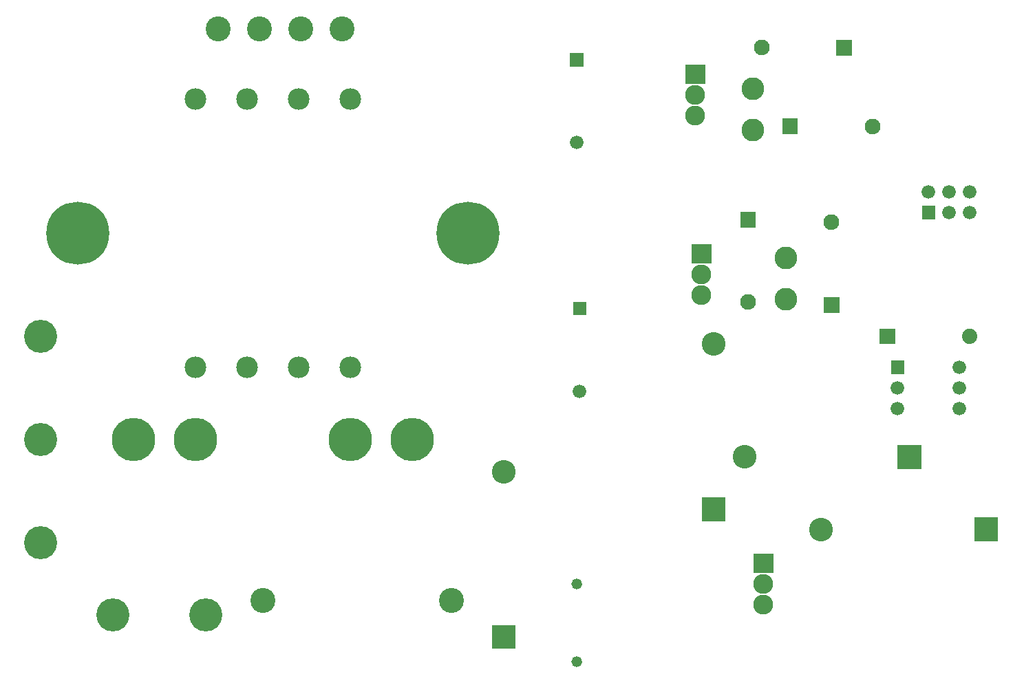
<source format=gbr>
G04 start of page 4 for group -4063 idx -4063
G04 Title: highvoltage, componentmask *
G04 Creator: pcb 20080202 *
G04 CreationDate: Tue 19 Jan 2010 11:46:02 PM GMT UTC *
G04 For: srussell *
G04 Format: Gerber/RS-274X *
G04 PCB-Dimensions: 510000 350000 *
G04 PCB-Coordinate-Origin: lower left *
%MOIN*%
%FSLAX24Y24*%
%LNFRONTMASK*%
%ADD14C,0.0200*%
%ADD21C,0.1150*%
%ADD34C,0.1050*%
%ADD35C,0.1100*%
%ADD36C,0.0660*%
%ADD37C,0.0740*%
%ADD38C,0.0960*%
%ADD39C,0.0520*%
%ADD40C,0.1600*%
%ADD41C,0.1210*%
%ADD42C,0.0760*%
%ADD43C,0.2100*%
%ADD44C,0.3050*%
G54D14*G36*
X37520Y7980D02*Y7020D01*
X38480D01*
Y7980D01*
X37520D01*
G37*
G54D38*X38000Y6500D03*
Y5500D03*
G54D39*X28950Y6500D03*
Y2750D03*
G54D14*G36*
X24841Y4511D02*Y3361D01*
X25991D01*
Y4511D01*
X24841D01*
G37*
G36*
X35016Y10694D02*Y9544D01*
X36166D01*
Y10694D01*
X35016D01*
G37*
G54D21*X25416Y11936D03*
G54D41*X22886Y5714D03*
G54D21*X37072Y12652D03*
X40784Y9145D03*
G54D35*X39100Y20300D03*
Y22300D03*
G54D14*G36*
X38903Y29056D02*Y28296D01*
X39663D01*
Y29056D01*
X38903D01*
G37*
G54D42*X43283Y28676D03*
G54D14*G36*
X41525Y32871D02*Y32111D01*
X42285D01*
Y32871D01*
X41525D01*
G37*
G36*
X28617Y32221D02*Y31561D01*
X29277D01*
Y32221D01*
X28617D01*
G37*
G54D36*X28947Y27891D03*
G54D42*X37905Y32491D03*
G54D35*X37500Y28500D03*
Y30500D03*
G54D14*G36*
X34220Y31680D02*Y30720D01*
X35180D01*
Y31680D01*
X34220D01*
G37*
G54D38*X34700Y30200D03*
Y29200D03*
G54D14*G36*
X40910Y20411D02*Y19651D01*
X41670D01*
Y20411D01*
X40910D01*
G37*
G54D42*X41290Y24031D03*
G54D21*X35591Y18119D03*
G54D14*G36*
X28771Y20180D02*Y19520D01*
X29431D01*
Y20180D01*
X28771D01*
G37*
G54D36*X29101Y15850D03*
G54D14*G36*
X34520Y22980D02*Y22020D01*
X35480D01*
Y22980D01*
X34520D01*
G37*
G54D38*X35000Y21500D03*
Y20500D03*
G54D14*G36*
X36869Y24536D02*Y23776D01*
X37629D01*
Y24536D01*
X36869D01*
G37*
G54D42*X37249Y20156D03*
G54D44*X23700Y23500D03*
G54D41*X15600Y33400D03*
X17600D03*
G54D34*X18000Y30000D03*
X15500D03*
G54D41*X13600Y33400D03*
G54D34*X13000Y30000D03*
G54D41*X11600Y33400D03*
G54D34*X10500Y30000D03*
G54D43*X7500Y13500D03*
G54D40*X6500Y5000D03*
X3000Y18500D03*
Y13500D03*
Y8500D03*
G54D44*X4800Y23500D03*
G54D43*X10500Y13500D03*
G54D40*X11000Y5000D03*
G54D41*X13752Y5714D03*
G54D34*X10500Y17000D03*
X13000D03*
X15500D03*
G54D43*X17970Y13500D03*
X20970D03*
G54D34*X18000Y17000D03*
G54D14*G36*
X44170Y17330D02*Y16670D01*
X44830D01*
Y17330D01*
X44170D01*
G37*
G54D36*X47500Y17000D03*
G54D14*G36*
X43630Y18870D02*Y18130D01*
X44370D01*
Y18870D01*
X43630D01*
G37*
G54D37*X48000Y18500D03*
G54D36*X44500Y16000D03*
Y15000D03*
X47500D03*
Y16000D03*
G54D14*G36*
X45670Y24830D02*Y24170D01*
X46330D01*
Y24830D01*
X45670D01*
G37*
G54D36*X46000Y25500D03*
X47000Y24500D03*
Y25500D03*
X48000Y24500D03*
Y25500D03*
G54D14*G36*
X44497Y13227D02*Y12077D01*
X45647D01*
Y13227D01*
X44497D01*
G37*
G36*
X48209Y9720D02*Y8570D01*
X49359D01*
Y9720D01*
X48209D01*
G37*
M02*

</source>
